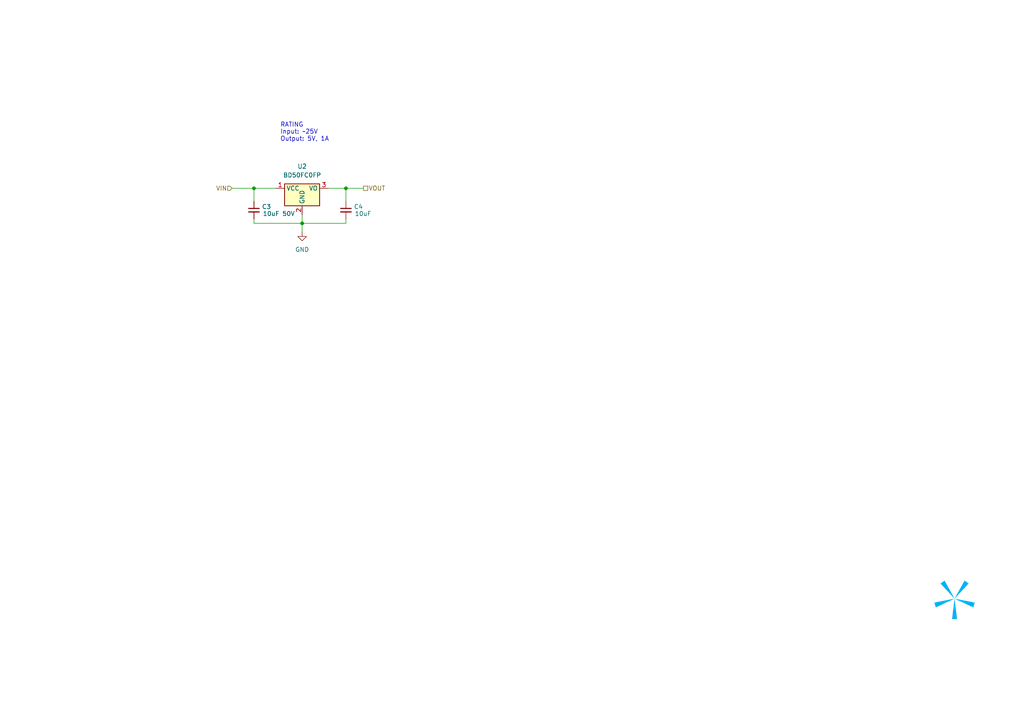
<source format=kicad_sch>
(kicad_sch (version 20231120) (generator "eeschema") (generator_version "8.0")
  (paper "A4")
  (title_block (title "CTRL-MINI-ED") (date "2024-12-11") (rev "1") (company "Spark Project") (comment 1 "Author: 夕月霞 (xyx)") (comment 2 "Electric Discharge Machining board for CTRL-MINI"))
  (lib_symbols
    (symbol "Device:C_Small" (pin_numbers hide) (pin_names (offset 0.254) hide)
      (property "Reference" "C" (at 0.254 1.778 0))
      (property "Value" "C_Small" (at 0.254 -2.032 0))
      (symbol "C_Small_0_1"
        (polyline (pts (xy -1.524 -0.508) (xy 1.524 -0.508)) (stroke (width 0.3302)))
        (polyline (pts (xy -1.524 0.508) (xy 1.524 0.508)) (stroke (width 0.3048)))
      )
      (symbol "C_Small_1_1"
        (pin passive line (at 0 2.54 270) (length 2.032) (name "~") (number "1"))
        (pin passive line (at 0 -2.54 90) (length 2.032) (name "~") (number "2"))
      )
    )
    (symbol "Regulator_Linear:BD50FC0FP"
      (property "Reference" "U" (at 0 7.62 0))
      (property "Value" "BD50FC0FP" (at 0 5.08 0))
      (symbol "BD50FC0FP_1_1"
        (rectangle (start -5.08 -5.08) (end 5.08 1.27) (stroke (width 0.254)) (fill (type background)))
        (pin power_in line (at -7.62 0 0) (length 2.54) (name "VCC") (number "1"))
        (pin power_in line (at 0 -7.62 90) (length 2.54) (name "GND") (number "2"))
        (pin power_out line (at 7.62 0 180) (length 2.54) (name "VO") (number "3"))
      )
    )
    (symbol "power:GND" (power) (pin_numbers hide) (pin_names (offset 0) hide)
      (property "Value" "GND" (at 0 -3.81 0))
      (symbol "GND_0_1"
        (polyline (pts (xy 0 0) (xy 0 -1.27) (xy 1.27 -1.27) (xy 0 -2.54) (xy -1.27 -1.27) (xy 0 -1.27)))
      )
      (symbol "GND_1_1"
        (pin power_in line (at 0 0 270) (length 0) (name "~") (number "1"))
      )
    )
  )
  (junction (at 73.66 54.61))
  (junction (at 100.33 54.61))
  (junction (at 87.63 64.77))
  (wire (pts (xy 73.66 54.61) (xy 73.66 58.42)))
  (wire (pts (xy 73.66 63.5) (xy 73.66 64.77)))
  (wire (pts (xy 87.63 62.23) (xy 87.63 64.77)))
  (wire (pts (xy 73.66 54.61) (xy 80.01 54.61)))
  (wire (pts (xy 100.33 63.5) (xy 100.33 64.77)))
  (wire (pts (xy 73.66 64.77) (xy 87.63 64.77)))
  (wire (pts (xy 95.25 54.61) (xy 100.33 54.61)))
  (wire (pts (xy 100.33 54.61) (xy 100.33 58.42)))
  (wire (pts (xy 67.31 54.61) (xy 73.66 54.61)))
  (wire (pts (xy 87.63 64.77) (xy 100.33 64.77)))
  (wire (pts (xy 87.63 64.77) (xy 87.63 67.31)))
  (wire (pts (xy 100.33 54.61) (xy 105.41 54.61)))
  (image (at 276.86 173.99) (scale 1.13867))
  (text "RATING\nInput: ~25V\nOutput: 5V, 1A\n" (at 81.28 38.354 0) (effects (font (size 1.27 1.27)) (justify left)))
  (hierarchical_label "VIN" (shape input) (at 67.31 54.61 180))
  (hierarchical_label "VOUT" (shape passive) (at 105.41 54.61 0))
  (symbol (lib_id "power:GND") (at 87.63 67.31 0) (unit 1) (exclude_from_sim yes)
    (property "Reference" "#PWR019" (effects (hide yes)))
    (property "Value" "GND" (at 87.63 72.39 0))
    (property "Description" "Power symbol creates a global label with name \"GND\" , ground" (effects (hide yes)))
  )
  (symbol (lib_id "Regulator_Linear:BD50FC0FP") (at 87.63 54.61 0) (unit 1)
    (property "Reference" "U2" (at 87.63 48.26 0))
    (property "Value" "BD50FC0FP" (at 87.63 50.8 0))
    (property "Footprint" "Package_TO_SOT_SMD:TO-252-2" (effects (hide yes)))
    (property "Datasheet" "https://fscdn.rohm.com/en/products/databook/datasheet/ic/power/linear_regulator/bdxxfc0wefj-e.pdf" (effects (hide yes)))
    (property "Description" "1A, 5.0V LDO regulator with OVP & TSP, without enable, TO-252" (effects (hide yes)))
    (property "LCSC" "C920705" (effects (hide yes)))
  )
  (symbol (lib_id "Device:C_Small") (at 73.66 60.96 0) (unit 1)
    (property "Reference" "C3" (at 75.946 59.944 0) (effects (justify left)))
    (property "Value" "10uF 50V" (at 76.2 61.976 0) (effects (justify left)))
    (property "Footprint" "Capacitor_SMD:C_1206_3216Metric" (effects (hide yes)))
    (property "Description" "Unpolarized capacitor, small symbol" (effects (hide yes)))
    (property "LCSC" "C13585" (effects (hide yes)))
  )
  (symbol (lib_id "Device:C_Small") (at 100.33 60.96 0) (unit 1)
    (property "Reference" "C4" (at 102.616 59.944 0) (effects (justify left)))
    (property "Value" "10uF" (at 102.87 61.976 0) (effects (justify left)))
    (property "Footprint" "Capacitor_SMD:C_0603_1608Metric" (effects (hide yes)))
    (property "Description" "Unpolarized capacitor, small symbol" (effects (hide yes)))
    (property "LCSC" "C19702" (effects (hide yes)))
  )
)
</source>
